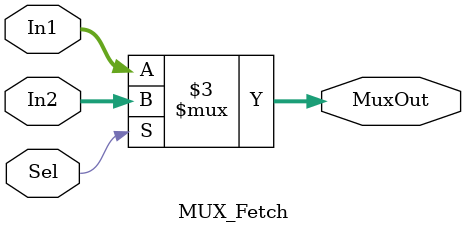
<source format=v>
module MUX_Fetch (
    input [7:0] In1,         // First 8-bit input
    input [7:0] In2,         // Second 8-bit input
    input Sel,               // Select signal
    output reg [7:0] MuxOut  // Multiplexer output
);

    always @(*) begin
        if (Sel)
            MuxOut = In2;    // Select In2 when Sel = 1
        else
            MuxOut = In1;    // Select In1 when Sel = 0
    end

endmodule

</source>
